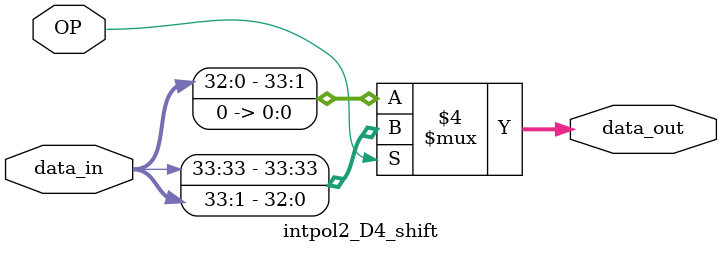
<source format=v>
module intpol2_D4_shift #(
    parameter	DATA_WIDTH = 32,
    parameter   N_bits     =  2                   //N <= parte entera   

)(
    input   wire                                    OP,
    input   wire signed [DATA_WIDTH+N_bits-1:0]  	data_in,
    output	wire signed [DATA_WIDTH+N_bits-1:0]  	data_out
);

assign	data_out = (OP == 1'd1) ? data_in >>> 1 : data_in <<< 1;

endmodule
</source>
